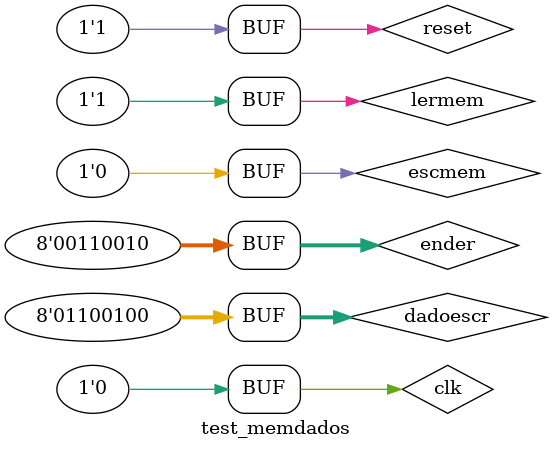
<source format=v>
/*
	CEFET-MG
	Disciplina de Laboratório de Arquitetura e Organização de Computadores
	Data: 10/08/2021
	Aluno: Fernando Veizaga
	Matricula: 20203001902
*/

module memoria_dados (Endereco, DadoEscr, EscMem, LerMem, DadoLido, clock, reset);
	input [7:0] Endereco, DadoEscr;
	input EscMem;
	input LerMem;
	input clock;
	input reset;
	
	output reg [7:0] DadoLido;
	
	reg [7:0] mem_dados [127:0];
	integer i;
	initial begin 
		DadoLido <= 8'b0;
		for(i=0;i<128;i=i+1)
		begin		
			mem_dados[i] <= 8'b0;  
		end
	end
	
	always @(posedge clock) 
	begin
		if (EscMem == 1'b1)
		begin		
			mem_dados[Endereco] <= DadoEscr;
		end
			
		if (LerMem == 1'b1)
		begin
			DadoLido <= mem_dados[Endereco];
		end
		
		if(reset==1'b1)
		begin
			for(i=0;i<128;i=i+1)
			begin
				mem_dados[i] <= 8'b0;  
			end
		end
		
	end 
		
endmodule

module test_memdados;
	reg [7:0] ender, dadoescr;
	reg escmem, lermem, clk, reset;
	
	wire [7:0] dadolido;
	
	always begin
		clk = 0;
		#1 clk = 1;
		#1 clk = 0;
	end
	
	initial begin
		ender = 50;
		dadoescr = 100;
		escmem = 0;
		lermem = 0;
		reset = 0;
		#2 escmem = 1;
		#2 escmem = 0;
		#2 lermem = 1;
		#2 lermem = 0;
		#2 reset = 1;
		#2 lermem = 1;
	end
	
	initial begin
 		$monitor("Time=%0d ender=%b dadoescr=%b escmem=%b lermem=%b clk=%b reset=%b dadolido=%b",$time, ender, dadoescr, escmem, lermem, clk, reset, dadolido);
 	end
	
	memoria_dados mod1(ender, dadoescr, escmem, lermem, dadolido, clk, reset);
	
endmodule


</source>
